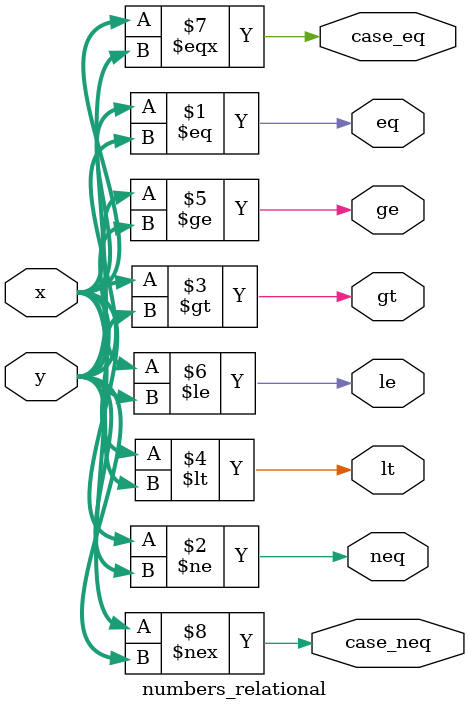
<source format=sv>


module numbers_relational (
    input  wire [3:0] x,
    input  wire [3:0] y,
    output wire       eq,       // x == y (logical equality)
    output wire       neq,      // x != y
    output wire       gt,       // x >  y
    output wire       lt,       // x <  y
    output wire       ge,       // x >= y
    output wire       le,       // x <= y
    output wire       case_eq,  // x === y (case-equality)
    output wire       case_neq  // x !== y (case-inequality)
);
    assign eq       = (x == y);
    assign neq      = (x != y);
    assign gt       = (x >  y);
    assign lt       = (x <  y);
    assign ge       = (x >= y);
    assign le       = (x <= y);
    assign case_eq  = (x === y);
    assign case_neq = (x !== y);
endmodule

</source>
